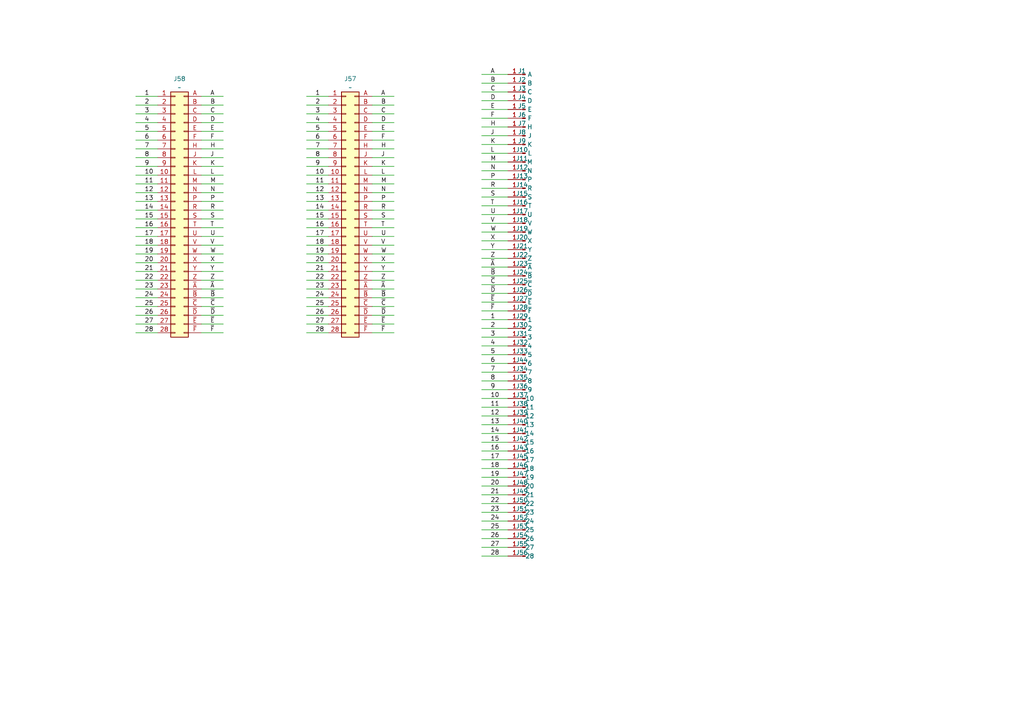
<source format=kicad_sch>
(kicad_sch (version 20231120) (generator "eeschema") (generator_version "8.0")
  (paper "A4")
  (lib_symbols
    (symbol "CompLibrary:Conn_02x28_NumLetter" (pin_names hide)
      (property "Reference" "J" (at -1.016 -1.524 0))
      (symbol "Conn_02x28_NumLetter_1_1"
        (rectangle (start -2.54 -72.263) (end -1.27 -72.517) (stroke (width 0.1524)))
        (rectangle (start -2.54 -69.723) (end -1.27 -69.977) (stroke (width 0.1524)))
        (rectangle (start -2.54 -67.183) (end -1.27 -67.437) (stroke (width 0.1524)))
        (rectangle (start -2.54 -64.643) (end -1.27 -64.897) (stroke (width 0.1524)))
        (rectangle (start -2.54 -62.103) (end -1.27 -62.357) (stroke (width 0.1524)))
        (rectangle (start -2.54 -59.563) (end -1.27 -59.817) (stroke (width 0.1524)))
        (rectangle (start -2.54 -57.023) (end -1.27 -57.277) (stroke (width 0.1524)))
        (rectangle (start -2.54 -54.483) (end -1.27 -54.737) (stroke (width 0.1524)))
        (rectangle (start -2.54 -51.943) (end -1.27 -52.197) (stroke (width 0.1524)))
        (rectangle (start -2.54 -49.403) (end -1.27 -49.657) (stroke (width 0.1524)))
        (rectangle (start -2.54 -46.863) (end -1.27 -47.117) (stroke (width 0.1524)))
        (rectangle (start -2.54 -44.323) (end -1.27 -44.577) (stroke (width 0.1524)))
        (rectangle (start -2.54 -41.783) (end -1.27 -42.037) (stroke (width 0.1524)))
        (rectangle (start -2.54 -39.243) (end -1.27 -39.497) (stroke (width 0.1524)))
        (rectangle (start -2.54 -36.703) (end -1.27 -36.957) (stroke (width 0.1524)))
        (rectangle (start -2.54 -34.163) (end -1.27 -34.417) (stroke (width 0.1524)))
        (rectangle (start -2.54 -31.623) (end -1.27 -31.877) (stroke (width 0.1524)))
        (rectangle (start -2.54 -29.083) (end -1.27 -29.337) (stroke (width 0.1524)))
        (rectangle (start -2.54 -26.543) (end -1.27 -26.797) (stroke (width 0.1524)))
        (rectangle (start -2.54 -24.003) (end -1.27 -24.257) (stroke (width 0.1524)))
        (rectangle (start -2.54 -21.463) (end -1.27 -21.717) (stroke (width 0.1524)))
        (rectangle (start -2.54 -18.923) (end -1.27 -19.177) (stroke (width 0.1524)))
        (rectangle (start -2.54 -16.383) (end -1.27 -16.637) (stroke (width 0.1524)))
        (rectangle (start -2.54 -13.843) (end -1.27 -14.097) (stroke (width 0.1524)))
        (rectangle (start -2.54 -11.303) (end -1.27 -11.557) (stroke (width 0.1524)))
        (rectangle (start -2.54 -8.763) (end -1.27 -9.017) (stroke (width 0.1524)))
        (rectangle (start -2.54 -6.223) (end -1.27 -6.477) (stroke (width 0.1524)))
        (rectangle (start -2.54 -3.683) (end -1.27 -3.937) (stroke (width 0.1524)))
        (rectangle (start -2.54 -2.54) (end 2.54 -73.66) (stroke (width 0.254)) (fill (type background)))
        (rectangle (start 2.54 -72.263) (end 1.27 -72.517) (stroke (width 0.1524)))
        (rectangle (start 2.54 -69.723) (end 1.27 -69.977) (stroke (width 0.1524)))
        (rectangle (start 2.54 -67.183) (end 1.27 -67.437) (stroke (width 0.1524)))
        (rectangle (start 2.54 -64.643) (end 1.27 -64.897) (stroke (width 0.1524)))
        (rectangle (start 2.54 -62.103) (end 1.27 -62.357) (stroke (width 0.1524)))
        (rectangle (start 2.54 -59.563) (end 1.27 -59.817) (stroke (width 0.1524)))
        (rectangle (start 2.54 -57.023) (end 1.27 -57.277) (stroke (width 0.1524)))
        (rectangle (start 2.54 -54.483) (end 1.27 -54.737) (stroke (width 0.1524)))
        (rectangle (start 2.54 -51.943) (end 1.27 -52.197) (stroke (width 0.1524)))
        (rectangle (start 2.54 -49.403) (end 1.27 -49.657) (stroke (width 0.1524)))
        (rectangle (start 2.54 -46.863) (end 1.27 -47.117) (stroke (width 0.1524)))
        (rectangle (start 2.54 -44.323) (end 1.27 -44.577) (stroke (width 0.1524)))
        (rectangle (start 2.54 -41.783) (end 1.27 -42.037) (stroke (width 0.1524)))
        (rectangle (start 2.54 -39.243) (end 1.27 -39.497) (stroke (width 0.1524)))
        (rectangle (start 2.54 -36.703) (end 1.27 -36.957) (stroke (width 0.1524)))
        (rectangle (start 2.54 -34.163) (end 1.27 -34.417) (stroke (width 0.1524)))
        (rectangle (start 2.54 -31.623) (end 1.27 -31.877) (stroke (width 0.1524)))
        (rectangle (start 2.54 -29.083) (end 1.27 -29.337) (stroke (width 0.1524)))
        (rectangle (start 2.54 -26.543) (end 1.27 -26.797) (stroke (width 0.1524)))
        (rectangle (start 2.54 -24.003) (end 1.27 -24.257) (stroke (width 0.1524)))
        (rectangle (start 2.54 -21.463) (end 1.27 -21.717) (stroke (width 0.1524)))
        (rectangle (start 2.54 -18.923) (end 1.27 -19.177) (stroke (width 0.1524)))
        (rectangle (start 2.54 -16.383) (end 1.27 -16.637) (stroke (width 0.1524)))
        (rectangle (start 2.54 -13.843) (end 1.27 -14.097) (stroke (width 0.1524)))
        (rectangle (start 2.54 -11.303) (end 1.27 -11.557) (stroke (width 0.1524)))
        (rectangle (start 2.54 -8.763) (end 1.27 -9.017) (stroke (width 0.1524)))
        (rectangle (start 2.54 -6.223) (end 1.27 -6.477) (stroke (width 0.1524)))
        (rectangle (start 2.54 -3.683) (end 1.27 -3.937) (stroke (width 0.1524)))
        (pin passive line (at -6.35 -3.81 0) (length 3.81) (name "Pin_1") (number "1"))
        (pin passive line (at -6.35 -26.67 0) (length 3.81) (name "Pin_10") (number "10"))
        (pin passive line (at -6.35 -29.21 0) (length 3.81) (name "Pin_11") (number "11"))
        (pin passive line (at -6.35 -31.75 0) (length 3.81) (name "Pin_12") (number "12"))
        (pin passive line (at -6.35 -34.29 0) (length 3.81) (name "Pin_13") (number "13"))
        (pin passive line (at -6.35 -36.83 0) (length 3.81) (name "Pin_14") (number "14"))
        (pin passive line (at -6.35 -39.37 0) (length 3.81) (name "Pin_15") (number "15"))
        (pin passive line (at -6.35 -41.91 0) (length 3.81) (name "Pin_16") (number "16"))
        (pin passive line (at -6.35 -44.45 0) (length 3.81) (name "Pin_17") (number "17"))
        (pin passive line (at -6.35 -46.99 0) (length 3.81) (name "Pin_18") (number "18"))
        (pin passive line (at -6.35 -49.53 0) (length 3.81) (name "Pin_19") (number "19"))
        (pin passive line (at -6.35 -6.35 0) (length 3.81) (name "Pin_2") (number "2"))
        (pin passive line (at -6.35 -52.07 0) (length 3.81) (name "Pin_20") (number "20"))
        (pin passive line (at -6.35 -54.61 0) (length 3.81) (name "Pin_21") (number "21"))
        (pin passive line (at -6.35 -57.15 0) (length 3.81) (name "Pin_22") (number "22"))
        (pin passive line (at -6.35 -59.69 0) (length 3.81) (name "Pin_23") (number "23"))
        (pin passive line (at -6.35 -62.23 0) (length 3.81) (name "Pin_24") (number "24"))
        (pin passive line (at -6.35 -64.77 0) (length 3.81) (name "Pin_25") (number "25"))
        (pin passive line (at -6.35 -67.31 0) (length 3.81) (name "Pin_26") (number "26"))
        (pin passive line (at -6.35 -69.85 0) (length 3.81) (name "Pin_27") (number "27"))
        (pin passive line (at -6.35 -72.39 0) (length 3.81) (name "Pin_28") (number "28"))
        (pin passive line (at -6.35 -8.89 0) (length 3.81) (name "Pin_3") (number "3"))
        (pin passive line (at -6.35 -11.43 0) (length 3.81) (name "Pin_4") (number "4"))
        (pin passive line (at -6.35 -13.97 0) (length 3.81) (name "Pin_5") (number "5"))
        (pin passive line (at -6.35 -16.51 0) (length 3.81) (name "Pin_6") (number "6"))
        (pin passive line (at -6.35 -19.05 0) (length 3.81) (name "Pin_7") (number "7"))
        (pin passive line (at -6.35 -21.59 0) (length 3.81) (name "Pin_8") (number "8"))
        (pin passive line (at -6.35 -24.13 0) (length 3.81) (name "Pin_9") (number "9"))
        (pin passive line (at 6.35 -3.81 180) (length 3.81) (name "Pin_A") (number "A"))
        (pin passive line (at 6.35 -6.35 180) (length 3.81) (name "Pin_B") (number "B"))
        (pin passive line (at 6.35 -8.89 180) (length 3.81) (name "Pin_C") (number "C"))
        (pin passive line (at 6.35 -11.43 180) (length 3.81) (name "Pin_D") (number "D"))
        (pin passive line (at 6.35 -13.97 180) (length 3.81) (name "Pin_E") (number "E"))
        (pin passive line (at 6.35 -16.51 180) (length 3.81) (name "Pin_F") (number "F"))
        (pin passive line (at 6.35 -19.05 180) (length 3.81) (name "Pin_H") (number "H"))
        (pin passive line (at 6.35 -21.59 180) (length 3.81) (name "Pin_J") (number "J"))
        (pin passive line (at 6.35 -24.13 180) (length 3.81) (name "Pin_K") (number "K"))
        (pin passive line (at 6.35 -26.67 180) (length 3.81) (name "Pin_L") (number "L"))
        (pin passive line (at 6.35 -29.21 180) (length 3.81) (name "Pin_M") (number "M"))
        (pin passive line (at 6.35 -31.75 180) (length 3.81) (name "Pin_N") (number "N"))
        (pin passive line (at 6.35 -34.29 180) (length 3.81) (name "Pin_P") (number "P"))
        (pin passive line (at 6.35 -36.83 180) (length 3.81) (name "Pin_R") (number "R"))
        (pin passive line (at 6.35 -39.37 180) (length 3.81) (name "Pin_S") (number "S"))
        (pin passive line (at 6.35 -41.91 180) (length 3.81) (name "Pin_T") (number "T"))
        (pin passive line (at 6.35 -44.45 180) (length 3.81) (name "Pin_U") (number "U"))
        (pin passive line (at 6.35 -46.99 180) (length 3.81) (name "Pin_V") (number "V"))
        (pin passive line (at 6.35 -49.53 180) (length 3.81) (name "Pin_W") (number "W"))
        (pin passive line (at 6.35 -52.07 180) (length 3.81) (name "Pin_X") (number "X"))
        (pin passive line (at 6.35 -54.61 180) (length 3.81) (name "Pin_Y") (number "Y"))
        (pin passive line (at 6.35 -57.15 180) (length 3.81) (name "Pin_Z") (number "Z"))
        (pin passive line (at 6.35 -59.69 180) (length 3.81) (name "Pin_~{A}") (number "~{A}"))
        (pin passive line (at 6.35 -62.23 180) (length 3.81) (name "Pin_~{B}") (number "~{B}"))
        (pin passive line (at 6.35 -64.77 180) (length 3.81) (name "Pin_~{C}") (number "~{C}"))
        (pin passive line (at 6.35 -67.31 180) (length 3.81) (name "Pin_~{D}") (number "~{D}"))
        (pin passive line (at 6.35 -69.85 180) (length 3.81) (name "Pin_~{E}") (number "~{E}"))
        (pin passive line (at 6.35 -72.39 180) (length 3.81) (name "Pin_~{F}") (number "~{F}"))
      )
    )
    (symbol "Connector:Conn_01x01_Pin" (pin_names (offset 1.016) hide)
      (property "Reference" "J" (at 0 2.54 0))
      (property "Value" "Conn_01x01_Pin" (at 0 -2.54 0))
      (symbol "Conn_01x01_Pin_1_1"
        (polyline (pts (xy 1.27 0) (xy 0.8636 0)) (stroke (width 0.1524)))
        (rectangle (start 0.8636 0.127) (end 0 -0.127) (stroke (width 0.1524)) (fill (type outline)))
        (pin passive line (at 5.08 0 180) (length 3.81) (name "Pin_1") (number "1"))
      )
    )
  )
  (wire (pts (xy 139.7 87.63) (xy 147.32 87.63)))
  (wire (pts (xy 107.95 83.82) (xy 114.3 83.82)))
  (wire (pts (xy 107.95 35.56) (xy 114.3 35.56)))
  (wire (pts (xy 58.42 83.82) (xy 64.77 83.82)))
  (wire (pts (xy 139.7 151.13) (xy 147.32 151.13)))
  (wire (pts (xy 39.37 38.1) (xy 45.72 38.1)))
  (wire (pts (xy 39.37 58.42) (xy 45.72 58.42)))
  (wire (pts (xy 107.95 78.74) (xy 114.3 78.74)))
  (wire (pts (xy 39.37 27.94) (xy 45.72 27.94)))
  (wire (pts (xy 107.95 96.52) (xy 114.3 96.52)))
  (wire (pts (xy 107.95 38.1) (xy 114.3 38.1)))
  (wire (pts (xy 139.7 140.97) (xy 147.32 140.97)))
  (wire (pts (xy 58.42 76.2) (xy 64.77 76.2)))
  (wire (pts (xy 39.37 88.9) (xy 45.72 88.9)))
  (wire (pts (xy 139.7 82.55) (xy 147.32 82.55)))
  (wire (pts (xy 139.7 148.59) (xy 147.32 148.59)))
  (wire (pts (xy 107.95 73.66) (xy 114.3 73.66)))
  (wire (pts (xy 139.7 146.05) (xy 147.32 146.05)))
  (wire (pts (xy 88.9 58.42) (xy 95.25 58.42)))
  (wire (pts (xy 88.9 68.58) (xy 95.25 68.58)))
  (wire (pts (xy 139.7 143.51) (xy 147.32 143.51)))
  (wire (pts (xy 58.42 50.8) (xy 64.77 50.8)))
  (wire (pts (xy 58.42 55.88) (xy 64.77 55.88)))
  (wire (pts (xy 58.42 38.1) (xy 64.77 38.1)))
  (wire (pts (xy 58.42 35.56) (xy 64.77 35.56)))
  (wire (pts (xy 58.42 58.42) (xy 64.77 58.42)))
  (wire (pts (xy 88.9 81.28) (xy 95.25 81.28)))
  (wire (pts (xy 139.7 49.53) (xy 147.32 49.53)))
  (wire (pts (xy 58.42 91.44) (xy 64.77 91.44)))
  (wire (pts (xy 88.9 60.96) (xy 95.25 60.96)))
  (wire (pts (xy 139.7 156.21) (xy 147.32 156.21)))
  (wire (pts (xy 58.42 40.64) (xy 64.77 40.64)))
  (wire (pts (xy 107.95 50.8) (xy 114.3 50.8)))
  (wire (pts (xy 88.9 33.02) (xy 95.25 33.02)))
  (wire (pts (xy 88.9 55.88) (xy 95.25 55.88)))
  (wire (pts (xy 139.7 128.27) (xy 147.32 128.27)))
  (wire (pts (xy 88.9 38.1) (xy 95.25 38.1)))
  (wire (pts (xy 88.9 48.26) (xy 95.25 48.26)))
  (wire (pts (xy 107.95 33.02) (xy 114.3 33.02)))
  (wire (pts (xy 58.42 78.74) (xy 64.77 78.74)))
  (wire (pts (xy 88.9 91.44) (xy 95.25 91.44)))
  (wire (pts (xy 58.42 96.52) (xy 64.77 96.52)))
  (wire (pts (xy 58.42 86.36) (xy 64.77 86.36)))
  (wire (pts (xy 139.7 102.87) (xy 147.32 102.87)))
  (wire (pts (xy 58.42 27.94) (xy 64.77 27.94)))
  (wire (pts (xy 139.7 113.03) (xy 147.32 113.03)))
  (wire (pts (xy 139.7 62.23) (xy 147.32 62.23)))
  (wire (pts (xy 88.9 43.18) (xy 95.25 43.18)))
  (wire (pts (xy 139.7 41.91) (xy 147.32 41.91)))
  (wire (pts (xy 58.42 43.18) (xy 64.77 43.18)))
  (wire (pts (xy 88.9 27.94) (xy 95.25 27.94)))
  (wire (pts (xy 88.9 35.56) (xy 95.25 35.56)))
  (wire (pts (xy 139.7 46.99) (xy 147.32 46.99)))
  (wire (pts (xy 39.37 93.98) (xy 45.72 93.98)))
  (wire (pts (xy 39.37 53.34) (xy 45.72 53.34)))
  (wire (pts (xy 139.7 110.49) (xy 147.32 110.49)))
  (wire (pts (xy 139.7 120.65) (xy 147.32 120.65)))
  (wire (pts (xy 88.9 40.64) (xy 95.25 40.64)))
  (wire (pts (xy 88.9 88.9) (xy 95.25 88.9)))
  (wire (pts (xy 39.37 81.28) (xy 45.72 81.28)))
  (wire (pts (xy 139.7 97.79) (xy 147.32 97.79)))
  (wire (pts (xy 58.42 68.58) (xy 64.77 68.58)))
  (wire (pts (xy 139.7 72.39) (xy 147.32 72.39)))
  (wire (pts (xy 107.95 66.04) (xy 114.3 66.04)))
  (wire (pts (xy 139.7 59.69) (xy 147.32 59.69)))
  (wire (pts (xy 39.37 76.2) (xy 45.72 76.2)))
  (wire (pts (xy 88.9 78.74) (xy 95.25 78.74)))
  (wire (pts (xy 107.95 91.44) (xy 114.3 91.44)))
  (wire (pts (xy 39.37 35.56) (xy 45.72 35.56)))
  (wire (pts (xy 58.42 66.04) (xy 64.77 66.04)))
  (wire (pts (xy 39.37 40.64) (xy 45.72 40.64)))
  (wire (pts (xy 139.7 105.41) (xy 147.32 105.41)))
  (wire (pts (xy 39.37 68.58) (xy 45.72 68.58)))
  (wire (pts (xy 39.37 45.72) (xy 45.72 45.72)))
  (wire (pts (xy 139.7 125.73) (xy 147.32 125.73)))
  (wire (pts (xy 107.95 48.26) (xy 114.3 48.26)))
  (wire (pts (xy 58.42 53.34) (xy 64.77 53.34)))
  (wire (pts (xy 139.7 100.33) (xy 147.32 100.33)))
  (wire (pts (xy 39.37 86.36) (xy 45.72 86.36)))
  (wire (pts (xy 107.95 43.18) (xy 114.3 43.18)))
  (wire (pts (xy 58.42 30.48) (xy 64.77 30.48)))
  (wire (pts (xy 107.95 68.58) (xy 114.3 68.58)))
  (wire (pts (xy 39.37 78.74) (xy 45.72 78.74)))
  (wire (pts (xy 39.37 50.8) (xy 45.72 50.8)))
  (wire (pts (xy 107.95 55.88) (xy 114.3 55.88)))
  (wire (pts (xy 88.9 45.72) (xy 95.25 45.72)))
  (wire (pts (xy 39.37 33.02) (xy 45.72 33.02)))
  (wire (pts (xy 107.95 81.28) (xy 114.3 81.28)))
  (wire (pts (xy 58.42 93.98) (xy 64.77 93.98)))
  (wire (pts (xy 139.7 39.37) (xy 147.32 39.37)))
  (wire (pts (xy 107.95 93.98) (xy 114.3 93.98)))
  (wire (pts (xy 139.7 52.07) (xy 147.32 52.07)))
  (wire (pts (xy 58.42 45.72) (xy 64.77 45.72)))
  (wire (pts (xy 88.9 93.98) (xy 95.25 93.98)))
  (wire (pts (xy 139.7 130.81) (xy 147.32 130.81)))
  (wire (pts (xy 139.7 44.45) (xy 147.32 44.45)))
  (wire (pts (xy 139.7 158.75) (xy 147.32 158.75)))
  (wire (pts (xy 139.7 115.57) (xy 147.32 115.57)))
  (wire (pts (xy 139.7 36.83) (xy 147.32 36.83)))
  (wire (pts (xy 139.7 107.95) (xy 147.32 107.95)))
  (wire (pts (xy 88.9 73.66) (xy 95.25 73.66)))
  (wire (pts (xy 58.42 73.66) (xy 64.77 73.66)))
  (wire (pts (xy 88.9 83.82) (xy 95.25 83.82)))
  (wire (pts (xy 139.7 135.89) (xy 147.32 135.89)))
  (wire (pts (xy 39.37 66.04) (xy 45.72 66.04)))
  (wire (pts (xy 107.95 30.48) (xy 114.3 30.48)))
  (wire (pts (xy 58.42 71.12) (xy 64.77 71.12)))
  (wire (pts (xy 139.7 34.29) (xy 147.32 34.29)))
  (wire (pts (xy 107.95 71.12) (xy 114.3 71.12)))
  (wire (pts (xy 139.7 29.21) (xy 147.32 29.21)))
  (wire (pts (xy 39.37 48.26) (xy 45.72 48.26)))
  (wire (pts (xy 58.42 88.9) (xy 64.77 88.9)))
  (wire (pts (xy 88.9 66.04) (xy 95.25 66.04)))
  (wire (pts (xy 58.42 48.26) (xy 64.77 48.26)))
  (wire (pts (xy 88.9 53.34) (xy 95.25 53.34)))
  (wire (pts (xy 139.7 123.19) (xy 147.32 123.19)))
  (wire (pts (xy 107.95 53.34) (xy 114.3 53.34)))
  (wire (pts (xy 39.37 71.12) (xy 45.72 71.12)))
  (wire (pts (xy 107.95 45.72) (xy 114.3 45.72)))
  (wire (pts (xy 107.95 86.36) (xy 114.3 86.36)))
  (wire (pts (xy 107.95 63.5) (xy 114.3 63.5)))
  (wire (pts (xy 58.42 81.28) (xy 64.77 81.28)))
  (wire (pts (xy 58.42 63.5) (xy 64.77 63.5)))
  (wire (pts (xy 107.95 58.42) (xy 114.3 58.42)))
  (wire (pts (xy 139.7 161.29) (xy 147.32 161.29)))
  (wire (pts (xy 107.95 88.9) (xy 114.3 88.9)))
  (wire (pts (xy 139.7 67.31) (xy 147.32 67.31)))
  (wire (pts (xy 39.37 60.96) (xy 45.72 60.96)))
  (wire (pts (xy 39.37 30.48) (xy 45.72 30.48)))
  (wire (pts (xy 139.7 118.11) (xy 147.32 118.11)))
  (wire (pts (xy 39.37 83.82) (xy 45.72 83.82)))
  (wire (pts (xy 139.7 138.43) (xy 147.32 138.43)))
  (wire (pts (xy 39.37 91.44) (xy 45.72 91.44)))
  (wire (pts (xy 39.37 63.5) (xy 45.72 63.5)))
  (wire (pts (xy 139.7 21.59) (xy 147.32 21.59)))
  (wire (pts (xy 88.9 30.48) (xy 95.25 30.48)))
  (wire (pts (xy 107.95 60.96) (xy 114.3 60.96)))
  (wire (pts (xy 139.7 69.85) (xy 147.32 69.85)))
  (wire (pts (xy 139.7 74.93) (xy 147.32 74.93)))
  (wire (pts (xy 139.7 57.15) (xy 147.32 57.15)))
  (wire (pts (xy 88.9 71.12) (xy 95.25 71.12)))
  (wire (pts (xy 58.42 60.96) (xy 64.77 60.96)))
  (wire (pts (xy 139.7 24.13) (xy 147.32 24.13)))
  (wire (pts (xy 139.7 26.67) (xy 147.32 26.67)))
  (wire (pts (xy 107.95 40.64) (xy 114.3 40.64)))
  (wire (pts (xy 139.7 80.01) (xy 147.32 80.01)))
  (wire (pts (xy 88.9 96.52) (xy 95.25 96.52)))
  (wire (pts (xy 107.95 76.2) (xy 114.3 76.2)))
  (wire (pts (xy 39.37 43.18) (xy 45.72 43.18)))
  (wire (pts (xy 139.7 64.77) (xy 147.32 64.77)))
  (wire (pts (xy 39.37 55.88) (xy 45.72 55.88)))
  (wire (pts (xy 88.9 63.5) (xy 95.25 63.5)))
  (wire (pts (xy 139.7 31.75) (xy 147.32 31.75)))
  (wire (pts (xy 139.7 90.17) (xy 147.32 90.17)))
  (wire (pts (xy 58.42 33.02) (xy 64.77 33.02)))
  (wire (pts (xy 107.95 27.94) (xy 114.3 27.94)))
  (wire (pts (xy 139.7 77.47) (xy 147.32 77.47)))
  (wire (pts (xy 39.37 96.52) (xy 45.72 96.52)))
  (wire (pts (xy 39.37 73.66) (xy 45.72 73.66)))
  (wire (pts (xy 139.7 54.61) (xy 147.32 54.61)))
  (wire (pts (xy 88.9 86.36) (xy 95.25 86.36)))
  (wire (pts (xy 139.7 133.35) (xy 147.32 133.35)))
  (wire (pts (xy 139.7 92.71) (xy 147.32 92.71)))
  (wire (pts (xy 139.7 153.67) (xy 147.32 153.67)))
  (wire (pts (xy 88.9 76.2) (xy 95.25 76.2)))
  (wire (pts (xy 88.9 50.8) (xy 95.25 50.8)))
  (wire (pts (xy 139.7 85.09) (xy 147.32 85.09)))
  (wire (pts (xy 139.7 95.25) (xy 147.32 95.25)))
  (label "19" (at 91.44 73.66 0))
  (label "B" (at 142.24 24.13 0))
  (label "18" (at 142.24 135.89 0))
  (label "27" (at 41.91 93.98 0))
  (label "19" (at 41.91 73.66 0))
  (label "P" (at 110.49 58.42 0))
  (label "U" (at 142.24 62.23 0))
  (label "X" (at 60.96 76.2 0))
  (label "L" (at 110.49 50.8 0))
  (label "5" (at 41.91 38.1 0))
  (label "21" (at 91.44 78.74 0))
  (label "~{B}" (at 142.24 80.01 0))
  (label "25" (at 142.24 153.67 0))
  (label "A" (at 142.24 21.59 0))
  (label "23" (at 91.44 83.82 0))
  (label "C" (at 110.49 33.02 0))
  (label "A" (at 60.96 27.94 0))
  (label "Y" (at 110.49 78.74 0))
  (label "20" (at 142.24 140.97 0))
  (label "10" (at 41.91 50.8 0))
  (label "6" (at 91.44 40.64 0))
  (label "T" (at 142.24 59.69 0))
  (label "4" (at 41.91 35.56 0))
  (label "22" (at 41.91 81.28 0))
  (label "N" (at 60.96 55.88 0))
  (label "26" (at 142.24 156.21 0))
  (label "26" (at 91.44 91.44 0))
  (label "~{C}" (at 110.49 88.9 0))
  (label "~{F}" (at 60.96 96.52 0))
  (label "L" (at 142.24 44.45 0))
  (label "V" (at 142.24 64.77 0))
  (label "12" (at 41.91 55.88 0))
  (label "X" (at 110.49 76.2 0))
  (label "~{E}" (at 142.24 87.63 0))
  (label "5" (at 142.24 102.87 0))
  (label "16" (at 142.24 130.81 0))
  (label "16" (at 91.44 66.04 0))
  (label "17" (at 41.91 68.58 0))
  (label "K" (at 142.24 41.91 0))
  (label "J" (at 60.96 45.72 0))
  (label "~{A}" (at 142.24 77.47 0))
  (label "11" (at 41.91 53.34 0))
  (label "18" (at 91.44 71.12 0))
  (label "D" (at 110.49 35.56 0))
  (label "R" (at 60.96 60.96 0))
  (label "4" (at 142.24 100.33 0))
  (label "W" (at 142.24 67.31 0))
  (label "S" (at 60.96 63.5 0))
  (label "~{D}" (at 110.49 91.44 0))
  (label "P" (at 142.24 52.07 0))
  (label "10" (at 91.44 50.8 0))
  (label "17" (at 91.44 68.58 0))
  (label "~{C}" (at 60.96 88.9 0))
  (label "4" (at 91.44 35.56 0))
  (label "21" (at 41.91 78.74 0))
  (label "~{E}" (at 110.49 93.98 0))
  (label "27" (at 142.24 158.75 0))
  (label "D" (at 142.24 29.21 0))
  (label "S" (at 142.24 57.15 0))
  (label "6" (at 41.91 40.64 0))
  (label "2" (at 142.24 95.25 0))
  (label "24" (at 91.44 86.36 0))
  (label "25" (at 41.91 88.9 0))
  (label "E" (at 60.96 38.1 0))
  (label "26" (at 41.91 91.44 0))
  (label "9" (at 41.91 48.26 0))
  (label "28" (at 41.91 96.52 0))
  (label "14" (at 142.24 125.73 0))
  (label "A" (at 110.49 27.94 0))
  (label "9" (at 91.44 48.26 0))
  (label "N" (at 142.24 49.53 0))
  (label "3" (at 91.44 33.02 0))
  (label "B" (at 110.49 30.48 0))
  (label "Y" (at 142.24 72.39 0))
  (label "28" (at 91.44 96.52 0))
  (label "Z" (at 60.96 81.28 0))
  (label "C" (at 142.24 26.67 0))
  (label "~{A}" (at 60.96 83.82 0))
  (label "F" (at 110.49 40.64 0))
  (label "22" (at 142.24 146.05 0))
  (label "V" (at 110.49 71.12 0))
  (label "M" (at 142.24 46.99 0))
  (label "R" (at 110.49 60.96 0))
  (label "R" (at 142.24 54.61 0))
  (label "B" (at 60.96 30.48 0))
  (label "17" (at 142.24 133.35 0))
  (label "5" (at 91.44 38.1 0))
  (label "7" (at 142.24 107.95 0))
  (label "U" (at 60.96 68.58 0))
  (label "H" (at 142.24 36.83 0))
  (label "12" (at 142.24 120.65 0))
  (label "~{F}" (at 110.49 96.52 0))
  (label "19" (at 142.24 138.43 0))
  (label "~{A}" (at 110.49 83.82 0))
  (label "20" (at 91.44 76.2 0))
  (label "M" (at 110.49 53.34 0))
  (label "Z" (at 142.24 74.93 0))
  (label "23" (at 41.91 83.82 0))
  (label "15" (at 41.91 63.5 0))
  (label "H" (at 60.96 43.18 0))
  (label "F" (at 60.96 40.64 0))
  (label "L" (at 60.96 50.8 0))
  (label "K" (at 110.49 48.26 0))
  (label "~{C}" (at 142.24 82.55 0))
  (label "2" (at 41.91 30.48 0))
  (label "M" (at 60.96 53.34 0))
  (label "18" (at 41.91 71.12 0))
  (label "3" (at 142.24 97.79 0))
  (label "15" (at 142.24 128.27 0))
  (label "8" (at 41.91 45.72 0))
  (label "7" (at 41.91 43.18 0))
  (label "V" (at 60.96 71.12 0))
  (label "T" (at 60.96 66.04 0))
  (label "11" (at 142.24 118.11 0))
  (label "12" (at 91.44 55.88 0))
  (label "Y" (at 60.96 78.74 0))
  (label "7" (at 91.44 43.18 0))
  (label "22" (at 91.44 81.28 0))
  (label "K" (at 60.96 48.26 0))
  (label "~{E}" (at 60.96 93.98 0))
  (label "23" (at 142.24 148.59 0))
  (label "Z" (at 110.49 81.28 0))
  (label "1" (at 91.44 27.94 0))
  (label "~{B}" (at 60.96 86.36 0))
  (label "U" (at 110.49 68.58 0))
  (label "D" (at 60.96 35.56 0))
  (label "13" (at 91.44 58.42 0))
  (label "~{F}" (at 142.24 90.17 0))
  (label "6" (at 142.24 105.41 0))
  (label "21" (at 142.24 143.51 0))
  (label "13" (at 41.91 58.42 0))
  (label "P" (at 60.96 58.42 0))
  (label "F" (at 142.24 34.29 0))
  (label "W" (at 110.49 73.66 0))
  (label "1" (at 142.24 92.71 0))
  (label "1" (at 41.91 27.94 0))
  (label "24" (at 142.24 151.13 0))
  (label "E" (at 110.49 38.1 0))
  (label "~{D}" (at 142.24 85.09 0))
  (label "10" (at 142.24 115.57 0))
  (label "C" (at 60.96 33.02 0))
  (label "20" (at 41.91 76.2 0))
  (label "8" (at 91.44 45.72 0))
  (label "J" (at 142.24 39.37 0))
  (label "24" (at 41.91 86.36 0))
  (label "T" (at 110.49 66.04 0))
  (label "H" (at 110.49 43.18 0))
  (label "15" (at 91.44 63.5 0))
  (label "W" (at 60.96 73.66 0))
  (label "9" (at 142.24 113.03 0))
  (label "S" (at 110.49 63.5 0))
  (label "14" (at 91.44 60.96 0))
  (label "~{D}" (at 60.96 91.44 0))
  (label "25" (at 91.44 88.9 0))
  (label "27" (at 91.44 93.98 0))
  (label "N" (at 110.49 55.88 0))
  (label "~{B}" (at 110.49 86.36 0))
  (label "E" (at 142.24 31.75 0))
  (label "3" (at 41.91 33.02 0))
  (label "16" (at 41.91 66.04 0))
  (label "11" (at 91.44 53.34 0))
  (label "X" (at 142.24 69.85 0))
  (label "14" (at 41.91 60.96 0))
  (label "8" (at 142.24 110.49 0))
  (label "J" (at 110.49 45.72 0))
  (label "13" (at 142.24 123.19 0))
  (label "2" (at 91.44 30.48 0))
  (label "28" (at 142.24 161.29 0))
  (symbol (lib_id "Connector:Conn_01x01_Pin") (at 152.4 161.29 180) (unit 1)
    (property "Reference" "J56" (at 151.384 160.274 0))
    (property "Value" "28" (at 153.67 161.29 0))
    (property "Footprint" "Connector_PinHeader_2.54mm:PinHeader_1x01_P2.54mm_Vertical" (effects (hide yes)))
    (property "Description" "Generic connector, single row, 01x01, script generated" (effects (hide yes)))
  )
  (symbol (lib_id "Connector:Conn_01x01_Pin") (at 152.4 135.89 180) (unit 1)
    (property "Reference" "J46" (at 151.384 134.874 0))
    (property "Value" "18" (at 153.67 135.89 0))
    (property "Footprint" "Connector_PinHeader_2.54mm:PinHeader_1x01_P2.54mm_Vertical" (effects (hide yes)))
    (property "Description" "Generic connector, single row, 01x01, script generated" (effects (hide yes)))
  )
  (symbol (lib_id "Connector:Conn_01x01_Pin") (at 152.4 156.21 180) (unit 1)
    (property "Reference" "J54" (at 151.384 155.194 0))
    (property "Value" "26" (at 153.67 156.21 0))
    (property "Footprint" "Connector_PinHeader_2.54mm:PinHeader_1x01_P2.54mm_Vertical" (effects (hide yes)))
    (property "Description" "Generic connector, single row, 01x01, script generated" (effects (hide yes)))
  )
  (symbol (lib_id "Connector:Conn_01x01_Pin") (at 152.4 64.77 180) (unit 1)
    (property "Reference" "J18" (at 151.384 63.754 0))
    (property "Value" "V" (at 153.67 64.77 0))
    (property "Footprint" "Connector_PinHeader_2.54mm:PinHeader_1x01_P2.54mm_Vertical" (effects (hide yes)))
    (property "Description" "Generic connector, single row, 01x01, script generated" (effects (hide yes)))
  )
  (symbol (lib_id "Connector:Conn_01x01_Pin") (at 152.4 26.67 180) (unit 1)
    (property "Reference" "J3" (at 151.384 25.654 0))
    (property "Value" "C" (at 153.67 26.67 0))
    (property "Footprint" "Connector_PinHeader_2.54mm:PinHeader_1x01_P2.54mm_Vertical" (effects (hide yes)))
    (property "Description" "Generic connector, single row, 01x01, script generated" (effects (hide yes)))
  )
  (symbol (lib_id "Connector:Conn_01x01_Pin") (at 152.4 74.93 180) (unit 1)
    (property "Reference" "J22" (at 151.384 73.914 0))
    (property "Value" "Z" (at 153.67 74.93 0))
    (property "Footprint" "Connector_PinHeader_2.54mm:PinHeader_1x01_P2.54mm_Vertical" (effects (hide yes)))
    (property "Description" "Generic connector, single row, 01x01, script generated" (effects (hide yes)))
  )
  (symbol (lib_id "CompLibrary:Conn_02x28_NumLetter") (at 52.07 24.13 0) (unit 1)
    (property "Reference" "J58" (at 52.07 22.86 0))
    (property "Value" "~" (at 52.07 25.4 0))
    (property "Footprint" "CompLibraryFootprints:Datapoint_2200_56_pin_male" (effects (hide yes)))
  )
  (symbol (lib_id "Connector:Conn_01x01_Pin") (at 152.4 158.75 180) (unit 1)
    (property "Reference" "J55" (at 151.384 157.734 0))
    (property "Value" "27" (at 153.67 158.75 0))
    (property "Footprint" "Connector_PinHeader_2.54mm:PinHeader_1x01_P2.54mm_Vertical" (effects (hide yes)))
    (property "Description" "Generic connector, single row, 01x01, script generated" (effects (hide yes)))
  )
  (symbol (lib_id "Connector:Conn_01x01_Pin") (at 152.4 107.95 180) (unit 1)
    (property "Reference" "J34" (at 151.384 106.934 0))
    (property "Value" "7" (at 153.67 107.95 0))
    (property "Footprint" "Connector_PinHeader_2.54mm:PinHeader_1x01_P2.54mm_Vertical" (effects (hide yes)))
    (property "Description" "Generic connector, single row, 01x01, script generated" (effects (hide yes)))
  )
  (symbol (lib_id "Connector:Conn_01x01_Pin") (at 152.4 153.67 180) (unit 1)
    (property "Reference" "J53" (at 151.384 152.654 0))
    (property "Value" "25" (at 153.67 153.67 0))
    (property "Footprint" "Connector_PinHeader_2.54mm:PinHeader_1x01_P2.54mm_Vertical" (effects (hide yes)))
    (property "Description" "Generic connector, single row, 01x01, script generated" (effects (hide yes)))
  )
  (symbol (lib_id "Connector:Conn_01x01_Pin") (at 152.4 140.97 180) (unit 1)
    (property "Reference" "J48" (at 151.384 139.954 0))
    (property "Value" "20" (at 153.67 140.97 0))
    (property "Footprint" "Connector_PinHeader_2.54mm:PinHeader_1x01_P2.54mm_Vertical" (effects (hide yes)))
    (property "Description" "Generic connector, single row, 01x01, script generated" (effects (hide yes)))
  )
  (symbol (lib_id "Connector:Conn_01x01_Pin") (at 152.4 80.01 180) (unit 1)
    (property "Reference" "J24" (at 151.384 78.994 0))
    (property "Value" "~{B}" (at 153.67 80.01 0))
    (property "Footprint" "Connector_PinHeader_2.54mm:PinHeader_1x01_P2.54mm_Vertical" (effects (hide yes)))
    (property "Description" "Generic connector, single row, 01x01, script generated" (effects (hide yes)))
  )
  (symbol (lib_id "Connector:Conn_01x01_Pin") (at 152.4 92.71 180) (unit 1)
    (property "Reference" "J29" (at 151.384 91.694 0))
    (property "Value" "1" (at 153.67 92.71 0))
    (property "Footprint" "Connector_PinHeader_2.54mm:PinHeader_1x01_P2.54mm_Vertical" (effects (hide yes)))
    (property "Description" "Generic connector, single row, 01x01, script generated" (effects (hide yes)))
  )
  (symbol (lib_id "Connector:Conn_01x01_Pin") (at 152.4 130.81 180) (unit 1)
    (property "Reference" "J43" (at 151.384 129.794 0))
    (property "Value" "16" (at 153.67 130.81 0))
    (property "Footprint" "Connector_PinHeader_2.54mm:PinHeader_1x01_P2.54mm_Vertical" (effects (hide yes)))
    (property "Description" "Generic connector, single row, 01x01, script generated" (effects (hide yes)))
  )
  (symbol (lib_id "Connector:Conn_01x01_Pin") (at 152.4 69.85 180) (unit 1)
    (property "Reference" "J20" (at 151.384 68.834 0))
    (property "Value" "X" (at 153.67 69.85 0))
    (property "Footprint" "Connector_PinHeader_2.54mm:PinHeader_1x01_P2.54mm_Vertical" (effects (hide yes)))
    (property "Description" "Generic connector, single row, 01x01, script generated" (effects (hide yes)))
  )
  (symbol (lib_id "Connector:Conn_01x01_Pin") (at 152.4 67.31 180) (unit 1)
    (property "Reference" "J19" (at 151.384 66.294 0))
    (property "Value" "W" (at 153.67 67.31 0))
    (property "Footprint" "Connector_PinHeader_2.54mm:PinHeader_1x01_P2.54mm_Vertical" (effects (hide yes)))
    (property "Description" "Generic connector, single row, 01x01, script generated" (effects (hide yes)))
  )
  (symbol (lib_id "Connector:Conn_01x01_Pin") (at 152.4 115.57 180) (unit 1)
    (property "Reference" "J37" (at 151.384 114.554 0))
    (property "Value" "10" (at 153.67 115.57 0))
    (property "Footprint" "Connector_PinHeader_2.54mm:PinHeader_1x01_P2.54mm_Vertical" (effects (hide yes)))
    (property "Description" "Generic connector, single row, 01x01, script generated" (effects (hide yes)))
  )
  (symbol (lib_id "Connector:Conn_01x01_Pin") (at 152.4 102.87 180) (unit 1)
    (property "Reference" "J33" (at 151.384 101.854 0))
    (property "Value" "5" (at 153.67 102.87 0))
    (property "Footprint" "Connector_PinHeader_2.54mm:PinHeader_1x01_P2.54mm_Vertical" (effects (hide yes)))
    (property "Description" "Generic connector, single row, 01x01, script generated" (effects (hide yes)))
  )
  (symbol (lib_id "Connector:Conn_01x01_Pin") (at 152.4 54.61 180) (unit 1)
    (property "Reference" "J14" (at 151.384 53.594 0))
    (property "Value" "R" (at 153.67 54.61 0))
    (property "Footprint" "Connector_PinHeader_2.54mm:PinHeader_1x01_P2.54mm_Vertical" (effects (hide yes)))
    (property "Description" "Generic connector, single row, 01x01, script generated" (effects (hide yes)))
  )
  (symbol (lib_id "Connector:Conn_01x01_Pin") (at 152.4 97.79 180) (unit 1)
    (property "Reference" "J31" (at 151.384 96.774 0))
    (property "Value" "3" (at 153.67 97.79 0))
    (property "Footprint" "Connector_PinHeader_2.54mm:PinHeader_1x01_P2.54mm_Vertical" (effects (hide yes)))
    (property "Description" "Generic connector, single row, 01x01, script generated" (effects (hide yes)))
  )
  (symbol (lib_id "Connector:Conn_01x01_Pin") (at 152.4 31.75 180) (unit 1)
    (property "Reference" "J5" (at 151.384 30.734 0))
    (property "Value" "E" (at 153.67 31.75 0))
    (property "Footprint" "Connector_PinHeader_2.54mm:PinHeader_1x01_P2.54mm_Vertical" (effects (hide yes)))
    (property "Description" "Generic connector, single row, 01x01, script generated" (effects (hide yes)))
  )
  (symbol (lib_id "Connector:Conn_01x01_Pin") (at 152.4 138.43 180) (unit 1)
    (property "Reference" "J47" (at 151.384 137.414 0))
    (property "Value" "19" (at 153.67 138.43 0))
    (property "Footprint" "Connector_PinHeader_2.54mm:PinHeader_1x01_P2.54mm_Vertical" (effects (hide yes)))
    (property "Description" "Generic connector, single row, 01x01, script generated" (effects (hide yes)))
  )
  (symbol (lib_id "Connector:Conn_01x01_Pin") (at 152.4 29.21 180) (unit 1)
    (property "Reference" "J4" (at 151.384 28.194 0))
    (property "Value" "D" (at 153.67 29.21 0))
    (property "Footprint" "Connector_PinHeader_2.54mm:PinHeader_1x01_P2.54mm_Vertical" (effects (hide yes)))
    (property "Description" "Generic connector, single row, 01x01, script generated" (effects (hide yes)))
  )
  (symbol (lib_id "Connector:Conn_01x01_Pin") (at 152.4 62.23 180) (unit 1)
    (property "Reference" "J17" (at 151.384 61.214 0))
    (property "Value" "U" (at 153.67 62.23 0))
    (property "Footprint" "Connector_PinHeader_2.54mm:PinHeader_1x01_P2.54mm_Vertical" (effects (hide yes)))
    (property "Description" "Generic connector, single row, 01x01, script generated" (effects (hide yes)))
  )
  (symbol (lib_id "Connector:Conn_01x01_Pin") (at 152.4 125.73 180) (unit 1)
    (property "Reference" "J41" (at 151.384 124.714 0))
    (property "Value" "14" (at 153.67 125.73 0))
    (property "Footprint" "Connector_PinHeader_2.54mm:PinHeader_1x01_P2.54mm_Vertical" (effects (hide yes)))
    (property "Description" "Generic connector, single row, 01x01, script generated" (effects (hide yes)))
  )
  (symbol (lib_id "Connector:Conn_01x01_Pin") (at 152.4 85.09 180) (unit 1)
    (property "Reference" "J26" (at 151.384 84.074 0))
    (property "Value" "~{D}" (at 153.67 85.09 0))
    (property "Footprint" "Connector_PinHeader_2.54mm:PinHeader_1x01_P2.54mm_Vertical" (effects (hide yes)))
    (property "Description" "Generic connector, single row, 01x01, script generated" (effects (hide yes)))
  )
  (symbol (lib_id "Connector:Conn_01x01_Pin") (at 152.4 128.27 180) (unit 1)
    (property "Reference" "J42" (at 151.384 127.254 0))
    (property "Value" "15" (at 153.67 128.27 0))
    (property "Footprint" "Connector_PinHeader_2.54mm:PinHeader_1x01_P2.54mm_Vertical" (effects (hide yes)))
    (property "Description" "Generic connector, single row, 01x01, script generated" (effects (hide yes)))
  )
  (symbol (lib_id "Connector:Conn_01x01_Pin") (at 152.4 36.83 180) (unit 1)
    (property "Reference" "J7" (at 151.384 35.814 0))
    (property "Value" "H" (at 153.67 36.83 0))
    (property "Footprint" "Connector_PinHeader_2.54mm:PinHeader_1x01_P2.54mm_Vertical" (effects (hide yes)))
    (property "Description" "Generic connector, single row, 01x01, script generated" (effects (hide yes)))
  )
  (symbol (lib_id "Connector:Conn_01x01_Pin") (at 152.4 72.39 180) (unit 1)
    (property "Reference" "J21" (at 151.384 71.374 0))
    (property "Value" "Y" (at 153.67 72.39 0))
    (property "Footprint" "Connector_PinHeader_2.54mm:PinHeader_1x01_P2.54mm_Vertical" (effects (hide yes)))
    (property "Description" "Generic connector, single row, 01x01, script generated" (effects (hide yes)))
  )
  (symbol (lib_id "Connector:Conn_01x01_Pin") (at 152.4 46.99 180) (unit 1)
    (property "Reference" "J11" (at 151.384 45.974 0))
    (property "Value" "M" (at 153.67 46.99 0))
    (property "Footprint" "Connector_PinHeader_2.54mm:PinHeader_1x01_P2.54mm_Vertical" (effects (hide yes)))
    (property "Description" "Generic connector, single row, 01x01, script generated" (effects (hide yes)))
  )
  (symbol (lib_id "Connector:Conn_01x01_Pin") (at 152.4 146.05 180) (unit 1)
    (property "Reference" "J50" (at 151.384 145.034 0))
    (property "Value" "22" (at 153.67 146.05 0))
    (property "Footprint" "Connector_PinHeader_2.54mm:PinHeader_1x01_P2.54mm_Vertical" (effects (hide yes)))
    (property "Description" "Generic connector, single row, 01x01, script generated" (effects (hide yes)))
  )
  (symbol (lib_id "Connector:Conn_01x01_Pin") (at 152.4 39.37 180) (unit 1)
    (property "Reference" "J8" (at 151.384 38.354 0))
    (property "Value" "J" (at 153.67 39.37 0))
    (property "Footprint" "Connector_PinHeader_2.54mm:PinHeader_1x01_P2.54mm_Vertical" (effects (hide yes)))
    (property "Description" "Generic connector, single row, 01x01, script generated" (effects (hide yes)))
  )
  (symbol (lib_id "Connector:Conn_01x01_Pin") (at 152.4 151.13 180) (unit 1)
    (property "Reference" "J52" (at 151.384 150.114 0))
    (property "Value" "24" (at 153.67 151.13 0))
    (property "Footprint" "Connector_PinHeader_2.54mm:PinHeader_1x01_P2.54mm_Vertical" (effects (hide yes)))
    (property "Description" "Generic connector, single row, 01x01, script generated" (effects (hide yes)))
  )
  (symbol (lib_id "Connector:Conn_01x01_Pin") (at 152.4 113.03 180) (unit 1)
    (property "Reference" "J36" (at 151.384 112.014 0))
    (property "Value" "9" (at 153.67 113.03 0))
    (property "Footprint" "Connector_PinHeader_2.54mm:PinHeader_1x01_P2.54mm_Vertical" (effects (hide yes)))
    (property "Description" "Generic connector, single row, 01x01, script generated" (effects (hide yes)))
  )
  (symbol (lib_id "Connector:Conn_01x01_Pin") (at 152.4 59.69 180) (unit 1)
    (property "Reference" "J16" (at 151.384 58.674 0))
    (property "Value" "T" (at 153.67 59.69 0))
    (property "Footprint" "Connector_PinHeader_2.54mm:PinHeader_1x01_P2.54mm_Vertical" (effects (hide yes)))
    (property "Description" "Generic connector, single row, 01x01, script generated" (effects (hide yes)))
  )
  (symbol (lib_id "Connector:Conn_01x01_Pin") (at 152.4 90.17 180) (unit 1)
    (property "Reference" "J28" (at 151.384 89.154 0))
    (property "Value" "~{F}" (at 153.67 90.17 0))
    (property "Footprint" "Connector_PinHeader_2.54mm:PinHeader_1x01_P2.54mm_Vertical" (effects (hide yes)))
    (property "Description" "Generic connector, single row, 01x01, script generated" (effects (hide yes)))
  )
  (symbol (lib_id "Connector:Conn_01x01_Pin") (at 152.4 52.07 180) (unit 1)
    (property "Reference" "J13" (at 151.384 51.054 0))
    (property "Value" "P" (at 153.67 52.07 0))
    (property "Footprint" "Connector_PinHeader_2.54mm:PinHeader_1x01_P2.54mm_Vertical" (effects (hide yes)))
    (property "Description" "Generic connector, single row, 01x01, script generated" (effects (hide yes)))
  )
  (symbol (lib_id "CompLibrary:Conn_02x28_NumLetter") (at 101.6 24.13 0) (unit 1)
    (property "Reference" "J57" (at 101.6 22.86 0))
    (property "Value" "~" (at 101.6 25.4 0))
    (property "Footprint" "CompLibraryFootprints:Datapoint_2200_56_pin_female" (effects (hide yes)))
  )
  (symbol (lib_id "Connector:Conn_01x01_Pin") (at 152.4 24.13 180) (unit 1)
    (property "Reference" "J2" (at 151.384 23.114 0))
    (property "Value" "B" (at 153.67 24.13 0))
    (property "Footprint" "Connector_PinHeader_2.54mm:PinHeader_1x01_P2.54mm_Vertical" (effects (hide yes)))
    (property "Description" "Generic connector, single row, 01x01, script generated" (effects (hide yes)))
  )
  (symbol (lib_id "Connector:Conn_01x01_Pin") (at 152.4 21.59 180) (unit 1)
    (property "Reference" "J1" (at 151.384 20.574 0))
    (property "Value" "A" (at 153.67 21.59 0))
    (property "Footprint" "Connector_PinHeader_2.54mm:PinHeader_1x01_P2.54mm_Vertical" (effects (hide yes)))
    (property "Description" "Generic connector, single row, 01x01, script generated" (effects (hide yes)))
  )
  (symbol (lib_id "Connector:Conn_01x01_Pin") (at 152.4 49.53 180) (unit 1)
    (property "Reference" "J12" (at 151.384 48.514 0))
    (property "Value" "N" (at 153.67 49.53 0))
    (property "Footprint" "Connector_PinHeader_2.54mm:PinHeader_1x01_P2.54mm_Vertical" (effects (hide yes)))
    (property "Description" "Generic connector, single row, 01x01, script generated" (effects (hide yes)))
  )
  (symbol (lib_id "Connector:Conn_01x01_Pin") (at 152.4 34.29 180) (unit 1)
    (property "Reference" "J6" (at 151.384 33.274 0))
    (property "Value" "F" (at 153.67 34.29 0))
    (property "Footprint" "Connector_PinHeader_2.54mm:PinHeader_1x01_P2.54mm_Vertical" (effects (hide yes)))
    (property "Description" "Generic connector, single row, 01x01, script generated" (effects (hide yes)))
  )
  (symbol (lib_id "Connector:Conn_01x01_Pin") (at 152.4 133.35 180) (unit 1)
    (property "Reference" "J45" (at 151.384 132.334 0))
    (property "Value" "17" (at 153.67 133.35 0))
    (property "Footprint" "Connector_PinHeader_2.54mm:PinHeader_1x01_P2.54mm_Vertical" (effects (hide yes)))
    (property "Description" "Generic connector, single row, 01x01, script generated" (effects (hide yes)))
  )
  (symbol (lib_id "Connector:Conn_01x01_Pin") (at 152.4 105.41 180) (unit 1)
    (property "Reference" "J44" (at 151.384 104.394 0))
    (property "Value" "6" (at 153.67 105.41 0))
    (property "Footprint" "Connector_PinHeader_2.54mm:PinHeader_1x01_P2.54mm_Vertical" (effects (hide yes)))
    (property "Description" "Generic connector, single row, 01x01, script generated" (effects (hide yes)))
  )
  (symbol (lib_id "Connector:Conn_01x01_Pin") (at 152.4 118.11 180) (unit 1)
    (property "Reference" "J38" (at 151.384 117.094 0))
    (property "Value" "11" (at 153.67 118.11 0))
    (property "Footprint" "Connector_PinHeader_2.54mm:PinHeader_1x01_P2.54mm_Vertical" (effects (hide yes)))
    (property "Description" "Generic connector, single row, 01x01, script generated" (effects (hide yes)))
  )
  (symbol (lib_id "Connector:Conn_01x01_Pin") (at 152.4 143.51 180) (unit 1)
    (property "Reference" "J49" (at 151.384 142.494 0))
    (property "Value" "21" (at 153.67 143.51 0))
    (property "Footprint" "Connector_PinHeader_2.54mm:PinHeader_1x01_P2.54mm_Vertical" (effects (hide yes)))
    (property "Description" "Generic connector, single row, 01x01, script generated" (effects (hide yes)))
  )
  (symbol (lib_id "Connector:Conn_01x01_Pin") (at 152.4 57.15 180) (unit 1)
    (property "Reference" "J15" (at 151.384 56.134 0))
    (property "Value" "S" (at 153.67 57.15 0))
    (property "Footprint" "Connector_PinHeader_2.54mm:PinHeader_1x01_P2.54mm_Vertical" (effects (hide yes)))
    (property "Description" "Generic connector, single row, 01x01, script generated" (effects (hide yes)))
  )
  (symbol (lib_id "Connector:Conn_01x01_Pin") (at 152.4 100.33 180) (unit 1)
    (property "Reference" "J32" (at 151.384 99.314 0))
    (property "Value" "4" (at 153.67 100.33 0))
    (property "Footprint" "Connector_PinHeader_2.54mm:PinHeader_1x01_P2.54mm_Vertical" (effects (hide yes)))
    (property "Description" "Generic connector, single row, 01x01, script generated" (effects (hide yes)))
  )
  (symbol (lib_id "Connector:Conn_01x01_Pin") (at 152.4 77.47 180) (unit 1)
    (property "Reference" "J23" (at 151.384 76.454 0))
    (property "Value" "~{A}" (at 153.67 77.47 0))
    (property "Footprint" "Connector_PinHeader_2.54mm:PinHeader_1x01_P2.54mm_Vertical" (effects (hide yes)))
    (property "Description" "Generic connector, single row, 01x01, script generated" (effects (hide yes)))
  )
  (symbol (lib_id "Connector:Conn_01x01_Pin") (at 152.4 44.45 180) (unit 1)
    (property "Reference" "J10" (at 151.384 43.434 0))
    (property "Value" "L" (at 153.67 44.45 0))
    (property "Footprint" "Connector_PinHeader_2.54mm:PinHeader_1x01_P2.54mm_Vertical" (effects (hide yes)))
    (property "Description" "Generic connector, single row, 01x01, script generated" (effects (hide yes)))
  )
  (symbol (lib_id "Connector:Conn_01x01_Pin") (at 152.4 148.59 180) (unit 1)
    (property "Reference" "J51" (at 151.384 147.574 0))
    (property "Value" "23" (at 153.67 148.59 0))
    (property "Footprint" "Connector_PinHeader_2.54mm:PinHeader_1x01_P2.54mm_Vertical" (effects (hide yes)))
    (property "Description" "Generic connector, single row, 01x01, script generated" (effects (hide yes)))
  )
  (symbol (lib_id "Connector:Conn_01x01_Pin") (at 152.4 87.63 180) (unit 1)
    (property "Reference" "J27" (at 151.384 86.614 0))
    (property "Value" "~{E}" (at 153.67 87.63 0))
    (property "Footprint" "Connector_PinHeader_2.54mm:PinHeader_1x01_P2.54mm_Vertical" (effects (hide yes)))
    (property "Description" "Generic connector, single row, 01x01, script generated" (effects (hide yes)))
  )
  (symbol (lib_id "Connector:Conn_01x01_Pin") (at 152.4 123.19 180) (unit 1)
    (property "Reference" "J40" (at 151.384 122.174 0))
    (property "Value" "13" (at 153.67 123.19 0))
    (property "Footprint" "Connector_PinHeader_2.54mm:PinHeader_1x01_P2.54mm_Vertical" (effects (hide yes)))
    (property "Description" "Generic connector, single row, 01x01, script generated" (effects (hide yes)))
  )
  (symbol (lib_id "Connector:Conn_01x01_Pin") (at 152.4 110.49 180) (unit 1)
    (property "Reference" "J35" (at 151.384 109.474 0))
    (property "Value" "8" (at 153.67 110.49 0))
    (property "Footprint" "Connector_PinHeader_2.54mm:PinHeader_1x01_P2.54mm_Vertical" (effects (hide yes)))
    (property "Description" "Generic connector, single row, 01x01, script generated" (effects (hide yes)))
  )
  (symbol (lib_id "Connector:Conn_01x01_Pin") (at 152.4 82.55 180) (unit 1)
    (property "Reference" "J25" (at 151.384 81.534 0))
    (property "Value" "~{C}" (at 153.67 82.55 0))
    (property "Footprint" "Connector_PinHeader_2.54mm:PinHeader_1x01_P2.54mm_Vertical" (effects (hide yes)))
    (property "Description" "Generic connector, single row, 01x01, script generated" (effects (hide yes)))
  )
  (symbol (lib_id "Connector:Conn_01x01_Pin") (at 152.4 41.91 180) (unit 1)
    (property "Reference" "J9" (at 151.384 40.894 0))
    (property "Value" "K" (at 153.67 41.91 0))
    (property "Footprint" "Connector_PinHeader_2.54mm:PinHeader_1x01_P2.54mm_Vertical" (effects (hide yes)))
    (property "Description" "Generic connector, single row, 01x01, script generated" (effects (hide yes)))
  )
  (symbol (lib_id "Connector:Conn_01x01_Pin") (at 152.4 95.25 180) (unit 1)
    (property "Reference" "J30" (at 151.384 94.234 0))
    (property "Value" "2" (at 153.67 95.25 0))
    (property "Footprint" "Connector_PinHeader_2.54mm:PinHeader_1x01_P2.54mm_Vertical" (effects (hide yes)))
    (property "Description" "Generic connector, single row, 01x01, script generated" (effects (hide yes)))
  )
  (symbol (lib_id "Connector:Conn_01x01_Pin") (at 152.4 120.65 180) (unit 1)
    (property "Reference" "J39" (at 151.384 119.634 0))
    (property "Value" "12" (at 153.67 120.65 0))
    (property "Footprint" "Connector_PinHeader_2.54mm:PinHeader_1x01_P2.54mm_Vertical" (effects (hide yes)))
    (property "Description" "Generic connector, single row, 01x01, script generated" (effects (hide yes)))
  )
)
</source>
